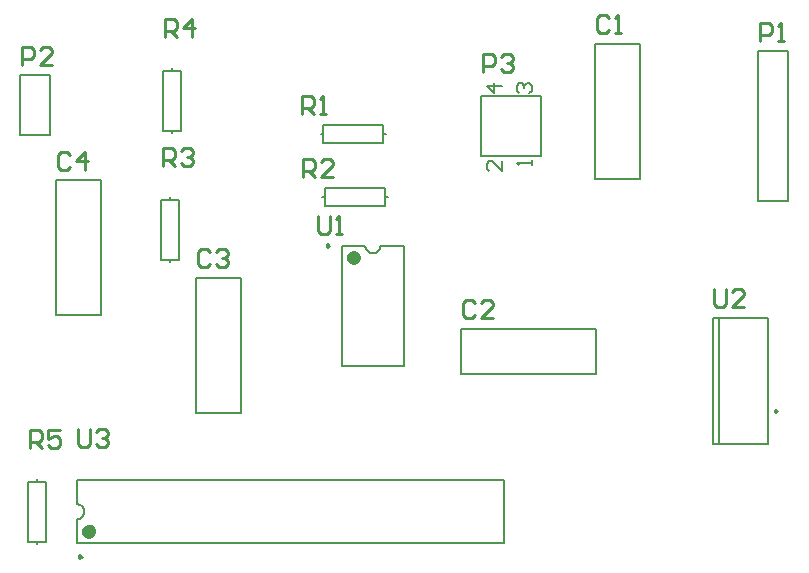
<source format=gto>
G04*
G04 #@! TF.GenerationSoftware,Altium Limited,Altium Designer,22.1.2 (22)*
G04*
G04 Layer_Color=65535*
%FSLAX25Y25*%
%MOIN*%
G70*
G04*
G04 #@! TF.SameCoordinates,791A5B21-3FBE-428E-ACD5-E62C4538A61E*
G04*
G04*
G04 #@! TF.FilePolarity,Positive*
G04*
G01*
G75*
%ADD10C,0.00787*%
%ADD11C,0.00984*%
%ADD12C,0.02362*%
%ADD13C,0.00800*%
%ADD14C,0.01000*%
D10*
X133000Y117579D02*
X133190Y116622D01*
X133732Y115811D01*
X134543Y115269D01*
X135500Y115079D01*
X136457Y115269D01*
X137268Y115811D01*
X137810Y116622D01*
X138000Y117579D01*
X36740Y26500D02*
X37697Y26690D01*
X38508Y27232D01*
X39050Y28043D01*
X39240Y29000D01*
X39050Y29957D01*
X38508Y30768D01*
X37697Y31310D01*
X36740Y31500D01*
X125067Y77421D02*
Y117579D01*
X145933Y77421D02*
Y117579D01*
X125067D02*
X133000D01*
X138000D02*
X145933D01*
X125067Y77421D02*
X145933D01*
X171500Y147500D02*
Y167500D01*
Y147500D02*
X191500D01*
X171500Y167500D02*
X191500D01*
Y147500D02*
Y167500D01*
X119500Y131000D02*
Y134000D01*
Y131000D02*
X139500D01*
Y137000D01*
X119500D02*
X139500D01*
X119500Y134000D02*
Y137000D01*
X139500Y134000D02*
X140400D01*
X118600D02*
X119500D01*
X119000Y152000D02*
Y155000D01*
Y152000D02*
X139000D01*
Y158000D01*
X119000D02*
X139000D01*
X119000Y155000D02*
Y158000D01*
X139000Y155000D02*
X139900D01*
X118100D02*
X119000D01*
X209500Y185000D02*
X224500D01*
Y140000D02*
Y185000D01*
X209500Y140000D02*
X224500D01*
X209500D02*
Y185000D01*
X250748Y51437D02*
Y93563D01*
X248780Y51437D02*
Y93563D01*
X267283Y51437D02*
Y93563D01*
X248780Y51437D02*
X267283D01*
X248780Y93563D02*
X267283D01*
X65000Y133000D02*
X68000D01*
X65000Y113000D02*
Y133000D01*
Y113000D02*
X71000D01*
Y133000D01*
X68000D02*
X71000D01*
X68000Y112100D02*
Y113000D01*
Y133000D02*
Y133900D01*
X165000Y75000D02*
Y90000D01*
X210000D01*
Y75000D02*
Y90000D01*
X165000Y75000D02*
X210000D01*
X76500Y107000D02*
X91500D01*
Y62000D02*
Y107000D01*
X76500Y62000D02*
X91500D01*
X76500D02*
Y107000D01*
X65500Y176000D02*
X68500D01*
X65500Y156000D02*
Y176000D01*
Y156000D02*
X71500D01*
Y176000D01*
X68500D02*
X71500D01*
X68500Y155100D02*
Y156000D01*
Y176000D02*
Y176900D01*
X23500Y19000D02*
X26500D01*
Y39000D01*
X20500D02*
X26500D01*
X20500Y19000D02*
Y39000D01*
Y19000D02*
X23500D01*
Y39000D02*
Y39900D01*
Y18100D02*
Y19000D01*
X264000Y132500D02*
X274000D01*
X264000D02*
Y182500D01*
X274000Y132500D02*
Y182500D01*
X264000D02*
X274000D01*
X36740Y18567D02*
X179260D01*
X36740Y39433D02*
X179260D01*
X36740Y18567D02*
Y26500D01*
Y31500D02*
Y39433D01*
X179260Y18567D02*
Y39433D01*
X18000Y154500D02*
X28000D01*
X18000D02*
Y174500D01*
X28000D01*
Y154500D02*
Y174500D01*
X30000Y139500D02*
X45000D01*
Y94500D02*
Y139500D01*
X30000Y94500D02*
X45000D01*
X30000D02*
Y139500D01*
D11*
X120992Y117618D02*
X120254Y118044D01*
Y117192D01*
X120992Y117618D01*
X270335Y62500D02*
X269597Y62926D01*
Y62074D01*
X270335Y62500D01*
X38374Y14000D02*
X37636Y14426D01*
Y13574D01*
X38374Y14000D01*
D12*
X130185Y113642D02*
X129740Y114565D01*
X128741Y114793D01*
X127940Y114154D01*
Y113129D01*
X128741Y112490D01*
X129740Y112718D01*
X130185Y113642D01*
X41858Y22504D02*
X41414Y23427D01*
X40414Y23655D01*
X39613Y23016D01*
Y21992D01*
X40414Y21352D01*
X41414Y21580D01*
X41858Y22504D01*
D13*
X188500Y144500D02*
Y146166D01*
Y145333D01*
X183502D01*
X184335Y144500D01*
X178500Y145832D02*
Y142500D01*
X175168Y145832D01*
X174335D01*
X173502Y144999D01*
Y143333D01*
X174335Y142500D01*
X178500Y170999D02*
X173502D01*
X176001Y168500D01*
Y171832D01*
X184335Y168500D02*
X183502Y169333D01*
Y170999D01*
X184335Y171832D01*
X185168D01*
X186001Y170999D01*
Y170166D01*
Y170999D01*
X186834Y171832D01*
X187667D01*
X188500Y170999D01*
Y169333D01*
X187667Y168500D01*
D14*
X117300Y127698D02*
Y122700D01*
X118300Y121700D01*
X120299D01*
X121299Y122700D01*
Y127698D01*
X123298Y121700D02*
X125297D01*
X124298D01*
Y127698D01*
X123298Y126698D01*
X37300Y56398D02*
Y51400D01*
X38300Y50400D01*
X40299D01*
X41299Y51400D01*
Y56398D01*
X43298Y55398D02*
X44298Y56398D01*
X46297D01*
X47297Y55398D01*
Y54399D01*
X46297Y53399D01*
X45297D01*
X46297D01*
X47297Y52399D01*
Y51400D01*
X46297Y50400D01*
X44298D01*
X43298Y51400D01*
X249300Y103098D02*
Y98100D01*
X250300Y97100D01*
X252299D01*
X253299Y98100D01*
Y103098D01*
X259297Y97100D02*
X255298D01*
X259297Y101099D01*
Y102098D01*
X258297Y103098D01*
X256298D01*
X255298Y102098D01*
X21100Y50200D02*
Y56198D01*
X24099D01*
X25099Y55198D01*
Y53199D01*
X24099Y52199D01*
X21100D01*
X23099D02*
X25099Y50200D01*
X31097Y56198D02*
X27098D01*
Y53199D01*
X29097Y54199D01*
X30097D01*
X31097Y53199D01*
Y51200D01*
X30097Y50200D01*
X28098D01*
X27098Y51200D01*
X66100Y187200D02*
Y193198D01*
X69099D01*
X70099Y192198D01*
Y190199D01*
X69099Y189199D01*
X66100D01*
X68099D02*
X70099Y187200D01*
X75097D02*
Y193198D01*
X72098Y190199D01*
X76097D01*
X65600Y144200D02*
Y150198D01*
X68599D01*
X69599Y149198D01*
Y147199D01*
X68599Y146199D01*
X65600D01*
X67599D02*
X69599Y144200D01*
X71598Y149198D02*
X72598Y150198D01*
X74597D01*
X75597Y149198D01*
Y148199D01*
X74597Y147199D01*
X73597D01*
X74597D01*
X75597Y146199D01*
Y145200D01*
X74597Y144200D01*
X72598D01*
X71598Y145200D01*
X112300Y140400D02*
Y146398D01*
X115299D01*
X116299Y145398D01*
Y143399D01*
X115299Y142399D01*
X112300D01*
X114299D02*
X116299Y140400D01*
X122297D02*
X118298D01*
X122297Y144399D01*
Y145398D01*
X121297Y146398D01*
X119298D01*
X118298Y145398D01*
X111800Y161400D02*
Y167398D01*
X114799D01*
X115799Y166398D01*
Y164399D01*
X114799Y163399D01*
X111800D01*
X113799D02*
X115799Y161400D01*
X117798D02*
X119797D01*
X118798D01*
Y167398D01*
X117798Y166398D01*
X172100Y175600D02*
Y181598D01*
X175099D01*
X176099Y180598D01*
Y178599D01*
X175099Y177599D01*
X172100D01*
X178098Y180598D02*
X179098Y181598D01*
X181097D01*
X182097Y180598D01*
Y179599D01*
X181097Y178599D01*
X180097D01*
X181097D01*
X182097Y177599D01*
Y176600D01*
X181097Y175600D01*
X179098D01*
X178098Y176600D01*
X18600Y177900D02*
Y183898D01*
X21599D01*
X22599Y182898D01*
Y180899D01*
X21599Y179899D01*
X18600D01*
X28597Y177900D02*
X24598D01*
X28597Y181899D01*
Y182898D01*
X27597Y183898D01*
X25598D01*
X24598Y182898D01*
X264600Y185900D02*
Y191898D01*
X267599D01*
X268599Y190898D01*
Y188899D01*
X267599Y187899D01*
X264600D01*
X270598Y185900D02*
X272597D01*
X271598D01*
Y191898D01*
X270598Y190898D01*
X34599Y147898D02*
X33599Y148898D01*
X31600D01*
X30600Y147898D01*
Y143900D01*
X31600Y142900D01*
X33599D01*
X34599Y143900D01*
X39597Y142900D02*
Y148898D01*
X36598Y145899D01*
X40597D01*
X81099Y115398D02*
X80099Y116398D01*
X78100D01*
X77100Y115398D01*
Y111400D01*
X78100Y110400D01*
X80099D01*
X81099Y111400D01*
X83098Y115398D02*
X84098Y116398D01*
X86097D01*
X87097Y115398D01*
Y114399D01*
X86097Y113399D01*
X85097D01*
X86097D01*
X87097Y112399D01*
Y111400D01*
X86097Y110400D01*
X84098D01*
X83098Y111400D01*
X169599Y98398D02*
X168599Y99398D01*
X166600D01*
X165600Y98398D01*
Y94400D01*
X166600Y93400D01*
X168599D01*
X169599Y94400D01*
X175597Y93400D02*
X171598D01*
X175597Y97399D01*
Y98398D01*
X174597Y99398D01*
X172598D01*
X171598Y98398D01*
X214099Y193398D02*
X213099Y194398D01*
X211100D01*
X210100Y193398D01*
Y189400D01*
X211100Y188400D01*
X213099D01*
X214099Y189400D01*
X216098Y188400D02*
X218097D01*
X217098D01*
Y194398D01*
X216098Y193398D01*
M02*

</source>
